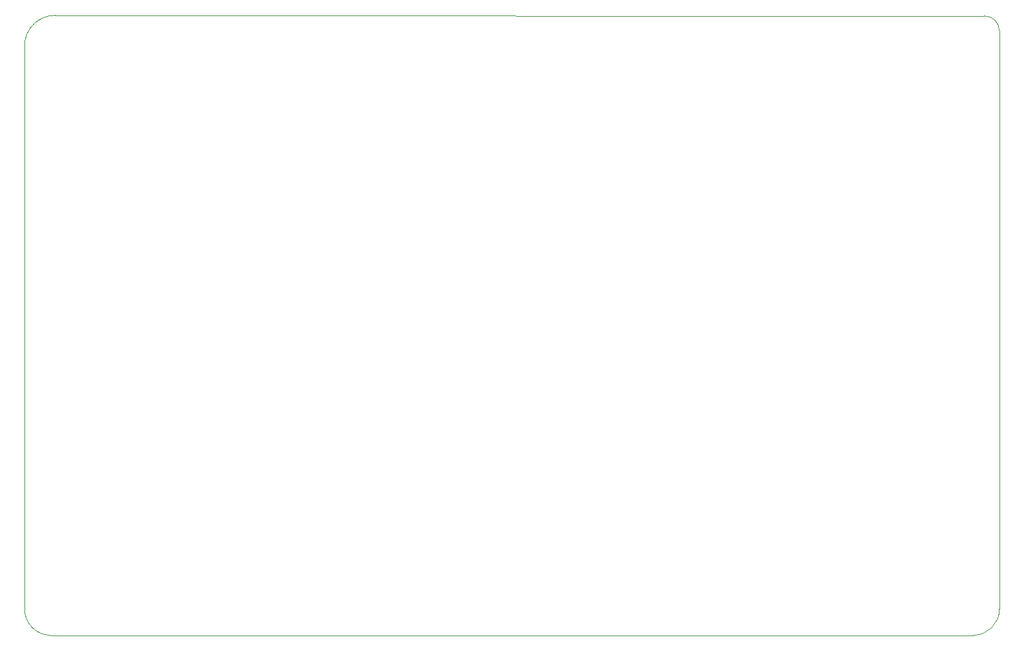
<source format=gbr>
%TF.GenerationSoftware,KiCad,Pcbnew,7.0.7*%
%TF.CreationDate,2024-02-23T10:38:31+08:00*%
%TF.ProjectId,sheet1,73686565-7431-42e6-9b69-6361645f7063,2*%
%TF.SameCoordinates,Original*%
%TF.FileFunction,Profile,NP*%
%FSLAX46Y46*%
G04 Gerber Fmt 4.6, Leading zero omitted, Abs format (unit mm)*
G04 Created by KiCad (PCBNEW 7.0.7) date 2024-02-23 10:38:31*
%MOMM*%
%LPD*%
G01*
G04 APERTURE LIST*
%TA.AperFunction,Profile*%
%ADD10C,0.050000*%
%TD*%
G04 APERTURE END LIST*
D10*
X185999999Y-152000000D02*
G75*
G03*
X189450681Y-155449848I3450683J835D01*
G01*
X310560536Y-155449977D02*
G75*
G03*
X313999167Y-152049319I-830J3439682D01*
G01*
X186000000Y-77932600D02*
X186000000Y-152000000D01*
X313999167Y-152049319D02*
X314000000Y-76000000D01*
X312000000Y-74000000D02*
X190000000Y-73932600D01*
X314000000Y-76000000D02*
G75*
G03*
X312000000Y-74000000I-2000000J0D01*
G01*
X190000000Y-73932600D02*
G75*
G03*
X186000000Y-77932600I0J-4000000D01*
G01*
X189450681Y-155449848D02*
X310560536Y-155449977D01*
M02*

</source>
